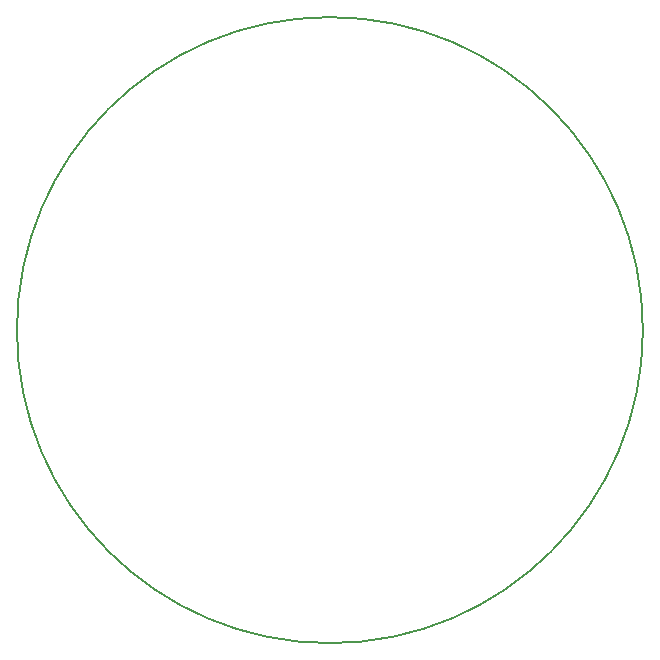
<source format=gko>
%FSTAX42Y42*%
%MOMM*%
G71*
G01*
G75*
G04 Layer_Color=16711935*
%ADD10C,0.35*%
%ADD11C,0.45*%
%ADD12C,0.25*%
G04:AMPARAMS|DCode=13|XSize=0.46mm|YSize=0.61mm|CornerRadius=0mm|HoleSize=0mm|Usage=FLASHONLY|Rotation=350.000|XOffset=0mm|YOffset=0mm|HoleType=Round|Shape=Rectangle|*
%AMROTATEDRECTD13*
4,1,4,-0.28,-0.26,-0.17,0.34,0.28,0.26,0.17,-0.34,-0.28,-0.26,0.0*
%
%ADD13ROTATEDRECTD13*%

G04:AMPARAMS|DCode=14|XSize=1mm|YSize=1.5mm|CornerRadius=0mm|HoleSize=0mm|Usage=FLASHONLY|Rotation=26.400|XOffset=0mm|YOffset=0mm|HoleType=Round|Shape=Rectangle|*
%AMROTATEDRECTD14*
4,1,4,-0.11,-0.89,-0.78,0.45,0.11,0.89,0.78,-0.45,-0.11,-0.89,0.0*
%
%ADD14ROTATEDRECTD14*%

G04:AMPARAMS|DCode=15|XSize=1mm|YSize=1.5mm|CornerRadius=0mm|HoleSize=0mm|Usage=FLASHONLY|Rotation=56.400|XOffset=0mm|YOffset=0mm|HoleType=Round|Shape=Rectangle|*
%AMROTATEDRECTD15*
4,1,4,0.35,-0.83,-0.90,-0.00,-0.35,0.83,0.90,0.00,0.35,-0.83,0.0*
%
%ADD15ROTATEDRECTD15*%

G04:AMPARAMS|DCode=16|XSize=1mm|YSize=1.5mm|CornerRadius=0mm|HoleSize=0mm|Usage=FLASHONLY|Rotation=86.500|XOffset=0mm|YOffset=0mm|HoleType=Round|Shape=Rectangle|*
%AMROTATEDRECTD16*
4,1,4,0.72,-0.54,-0.78,-0.45,-0.72,0.54,0.78,0.45,0.72,-0.54,0.0*
%
%ADD16ROTATEDRECTD16*%

G04:AMPARAMS|DCode=17|XSize=1mm|YSize=1.5mm|CornerRadius=0mm|HoleSize=0mm|Usage=FLASHONLY|Rotation=326.400|XOffset=0mm|YOffset=0mm|HoleType=Round|Shape=Rectangle|*
%AMROTATEDRECTD17*
4,1,4,-0.83,-0.35,-0.00,0.90,0.83,0.35,0.00,-0.90,-0.83,-0.35,0.0*
%
%ADD17ROTATEDRECTD17*%

G04:AMPARAMS|DCode=18|XSize=0.46mm|YSize=0.61mm|CornerRadius=0mm|HoleSize=0mm|Usage=FLASHONLY|Rotation=320.000|XOffset=0mm|YOffset=0mm|HoleType=Round|Shape=Rectangle|*
%AMROTATEDRECTD18*
4,1,4,-0.37,-0.09,0.02,0.38,0.37,0.09,-0.02,-0.38,-0.37,-0.09,0.0*
%
%ADD18ROTATEDRECTD18*%

G04:AMPARAMS|DCode=19|XSize=1mm|YSize=1.5mm|CornerRadius=0mm|HoleSize=0mm|Usage=FLASHONLY|Rotation=296.400|XOffset=0mm|YOffset=0mm|HoleType=Round|Shape=Rectangle|*
%AMROTATEDRECTD19*
4,1,4,-0.89,0.11,0.45,0.78,0.89,-0.11,-0.45,-0.78,-0.89,0.11,0.0*
%
%ADD19ROTATEDRECTD19*%

G04:AMPARAMS|DCode=20|XSize=0.46mm|YSize=0.51mm|CornerRadius=0mm|HoleSize=0mm|Usage=FLASHONLY|Rotation=30.000|XOffset=0mm|YOffset=0mm|HoleType=Round|Shape=Rectangle|*
%AMROTATEDRECTD20*
4,1,4,-0.07,-0.33,-0.32,0.11,0.07,0.33,0.32,-0.11,-0.07,-0.33,0.0*
%
%ADD20ROTATEDRECTD20*%

G04:AMPARAMS|DCode=21|XSize=0.46mm|YSize=0.51mm|CornerRadius=0mm|HoleSize=0mm|Usage=FLASHONLY|Rotation=150.000|XOffset=0mm|YOffset=0mm|HoleType=Round|Shape=Rectangle|*
%AMROTATEDRECTD21*
4,1,4,0.32,0.11,0.07,-0.33,-0.32,-0.11,-0.07,0.33,0.32,0.11,0.0*
%
%ADD21ROTATEDRECTD21*%

G04:AMPARAMS|DCode=22|XSize=1mm|YSize=1.5mm|CornerRadius=0mm|HoleSize=0mm|Usage=FLASHONLY|Rotation=207.000|XOffset=0mm|YOffset=0mm|HoleType=Round|Shape=Rectangle|*
%AMROTATEDRECTD22*
4,1,4,0.11,0.90,0.79,-0.44,-0.11,-0.90,-0.79,0.44,0.11,0.90,0.0*
%
%ADD22ROTATEDRECTD22*%

G04:AMPARAMS|DCode=23|XSize=0.46mm|YSize=0.61mm|CornerRadius=0mm|HoleSize=0mm|Usage=FLASHONLY|Rotation=230.000|XOffset=0mm|YOffset=0mm|HoleType=Round|Shape=Rectangle|*
%AMROTATEDRECTD23*
4,1,4,-0.09,0.37,0.38,-0.02,0.09,-0.37,-0.38,0.02,-0.09,0.37,0.0*
%
%ADD23ROTATEDRECTD23*%

G04:AMPARAMS|DCode=24|XSize=0.46mm|YSize=0.51mm|CornerRadius=0mm|HoleSize=0mm|Usage=FLASHONLY|Rotation=65.000|XOffset=0mm|YOffset=0mm|HoleType=Round|Shape=Rectangle|*
%AMROTATEDRECTD24*
4,1,4,0.13,-0.31,-0.33,-0.10,-0.13,0.31,0.33,0.10,0.13,-0.31,0.0*
%
%ADD24ROTATEDRECTD24*%

G04:AMPARAMS|DCode=25|XSize=0.46mm|YSize=0.61mm|CornerRadius=0mm|HoleSize=0mm|Usage=FLASHONLY|Rotation=260.000|XOffset=0mm|YOffset=0mm|HoleType=Round|Shape=Rectangle|*
%AMROTATEDRECTD25*
4,1,4,-0.26,0.28,0.34,0.17,0.26,-0.28,-0.34,-0.17,-0.26,0.28,0.0*
%
%ADD25ROTATEDRECTD25*%

G04:AMPARAMS|DCode=26|XSize=0.46mm|YSize=0.61mm|CornerRadius=0mm|HoleSize=0mm|Usage=FLASHONLY|Rotation=290.000|XOffset=0mm|YOffset=0mm|HoleType=Round|Shape=Rectangle|*
%AMROTATEDRECTD26*
4,1,4,-0.36,0.11,0.21,0.32,0.36,-0.11,-0.21,-0.32,-0.36,0.11,0.0*
%
%ADD26ROTATEDRECTD26*%

%ADD27R,0.51X0.46*%
G04:AMPARAMS|DCode=28|XSize=0.46mm|YSize=0.51mm|CornerRadius=0mm|HoleSize=0mm|Usage=FLASHONLY|Rotation=120.000|XOffset=0mm|YOffset=0mm|HoleType=Round|Shape=Rectangle|*
%AMROTATEDRECTD28*
4,1,4,0.33,-0.07,-0.11,-0.32,-0.33,0.07,0.11,0.32,0.33,-0.07,0.0*
%
%ADD28ROTATEDRECTD28*%

G04:AMPARAMS|DCode=29|XSize=0.46mm|YSize=0.61mm|CornerRadius=0mm|HoleSize=0mm|Usage=FLASHONLY|Rotation=298.000|XOffset=0mm|YOffset=0mm|HoleType=Round|Shape=Rectangle|*
%AMROTATEDRECTD29*
4,1,4,-0.38,0.06,0.16,0.34,0.38,-0.06,-0.16,-0.34,-0.38,0.06,0.0*
%
%ADD29ROTATEDRECTD29*%

G04:AMPARAMS|DCode=30|XSize=0.46mm|YSize=0.61mm|CornerRadius=0mm|HoleSize=0mm|Usage=FLASHONLY|Rotation=249.000|XOffset=0mm|YOffset=0mm|HoleType=Round|Shape=Rectangle|*
%AMROTATEDRECTD30*
4,1,4,-0.20,0.32,0.37,0.10,0.20,-0.32,-0.37,-0.10,-0.20,0.32,0.0*
%
%ADD30ROTATEDRECTD30*%

G04:AMPARAMS|DCode=31|XSize=0.46mm|YSize=0.61mm|CornerRadius=0mm|HoleSize=0mm|Usage=FLASHONLY|Rotation=21.000|XOffset=0mm|YOffset=0mm|HoleType=Round|Shape=Rectangle|*
%AMROTATEDRECTD31*
4,1,4,-0.10,-0.37,-0.32,0.20,0.10,0.37,0.32,-0.20,-0.10,-0.37,0.0*
%
%ADD31ROTATEDRECTD31*%

G04:AMPARAMS|DCode=32|XSize=0.46mm|YSize=0.61mm|CornerRadius=0mm|HoleSize=0mm|Usage=FLASHONLY|Rotation=190.000|XOffset=0mm|YOffset=0mm|HoleType=Round|Shape=Rectangle|*
%AMROTATEDRECTD32*
4,1,4,0.17,0.34,0.28,-0.26,-0.17,-0.34,-0.28,0.26,0.17,0.34,0.0*
%
%ADD32ROTATEDRECTD32*%

G04:AMPARAMS|DCode=33|XSize=0.46mm|YSize=0.61mm|CornerRadius=0mm|HoleSize=0mm|Usage=FLASHONLY|Rotation=40.000|XOffset=0mm|YOffset=0mm|HoleType=Round|Shape=Rectangle|*
%AMROTATEDRECTD33*
4,1,4,0.02,-0.38,-0.37,0.09,-0.02,0.38,0.37,-0.09,0.02,-0.38,0.0*
%
%ADD33ROTATEDRECTD33*%

G04:AMPARAMS|DCode=34|XSize=0.46mm|YSize=0.61mm|CornerRadius=0mm|HoleSize=0mm|Usage=FLASHONLY|Rotation=81.000|XOffset=0mm|YOffset=0mm|HoleType=Round|Shape=Rectangle|*
%AMROTATEDRECTD34*
4,1,4,0.27,-0.27,-0.34,-0.18,-0.27,0.27,0.34,0.18,0.27,-0.27,0.0*
%
%ADD34ROTATEDRECTD34*%

G04:AMPARAMS|DCode=35|XSize=0.46mm|YSize=0.61mm|CornerRadius=0mm|HoleSize=0mm|Usage=FLASHONLY|Rotation=70.000|XOffset=0mm|YOffset=0mm|HoleType=Round|Shape=Rectangle|*
%AMROTATEDRECTD35*
4,1,4,0.21,-0.32,-0.36,-0.11,-0.21,0.32,0.36,0.11,0.21,-0.32,0.0*
%
%ADD35ROTATEDRECTD35*%

G04:AMPARAMS|DCode=36|XSize=0.46mm|YSize=0.61mm|CornerRadius=0mm|HoleSize=0mm|Usage=FLASHONLY|Rotation=130.000|XOffset=0mm|YOffset=0mm|HoleType=Round|Shape=Rectangle|*
%AMROTATEDRECTD36*
4,1,4,0.38,0.02,-0.09,-0.37,-0.38,-0.02,0.09,0.37,0.38,0.02,0.0*
%
%ADD36ROTATEDRECTD36*%

G04:AMPARAMS|DCode=37|XSize=0.46mm|YSize=0.61mm|CornerRadius=0mm|HoleSize=0mm|Usage=FLASHONLY|Rotation=145.000|XOffset=0mm|YOffset=0mm|HoleType=Round|Shape=Rectangle|*
%AMROTATEDRECTD37*
4,1,4,0.36,0.12,0.01,-0.38,-0.36,-0.12,-0.01,0.38,0.36,0.12,0.0*
%
%ADD37ROTATEDRECTD37*%

G04:AMPARAMS|DCode=38|XSize=0.46mm|YSize=0.61mm|CornerRadius=0mm|HoleSize=0mm|Usage=FLASHONLY|Rotation=175.000|XOffset=0mm|YOffset=0mm|HoleType=Round|Shape=Rectangle|*
%AMROTATEDRECTD38*
4,1,4,0.25,0.28,0.20,-0.32,-0.25,-0.28,-0.20,0.32,0.25,0.28,0.0*
%
%ADD38ROTATEDRECTD38*%

%ADD39R,0.46X0.61*%
G04:AMPARAMS|DCode=40|XSize=0.46mm|YSize=0.61mm|CornerRadius=0mm|HoleSize=0mm|Usage=FLASHONLY|Rotation=200.000|XOffset=0mm|YOffset=0mm|HoleType=Round|Shape=Rectangle|*
%AMROTATEDRECTD40*
4,1,4,0.11,0.36,0.32,-0.21,-0.11,-0.36,-0.32,0.21,0.11,0.36,0.0*
%
%ADD40ROTATEDRECTD40*%

%ADD41R,0.61X0.46*%
%ADD42R,0.46X0.51*%
G04:AMPARAMS|DCode=43|XSize=0.46mm|YSize=0.51mm|CornerRadius=0mm|HoleSize=0mm|Usage=FLASHONLY|Rotation=240.000|XOffset=0mm|YOffset=0mm|HoleType=Round|Shape=Rectangle|*
%AMROTATEDRECTD43*
4,1,4,-0.11,0.32,0.33,0.07,0.11,-0.32,-0.33,-0.07,-0.11,0.32,0.0*
%
%ADD43ROTATEDRECTD43*%

%ADD44R,0.35X0.85*%
G04:AMPARAMS|DCode=45|XSize=1mm|YSize=1.5mm|CornerRadius=0mm|HoleSize=0mm|Usage=FLASHONLY|Rotation=176.400|XOffset=0mm|YOffset=0mm|HoleType=Round|Shape=Rectangle|*
%AMROTATEDRECTD45*
4,1,4,0.55,0.72,0.45,-0.78,-0.55,-0.72,-0.45,0.78,0.55,0.72,0.0*
%
%ADD45ROTATEDRECTD45*%

%ADD46C,0.40*%
%ADD47C,0.30*%
%ADD48C,0.50*%
%ADD49C,0.51*%
%ADD50C,0.60*%
%ADD51C,1.20*%
%ADD52C,0.60*%
%ADD53C,0.87*%
%ADD54C,0.50*%
%ADD55C,0.70*%
%ADD56C,1.27*%
%ADD57R,1.40X4.52*%
%ADD58C,0.25*%
%ADD59C,0.25*%
%ADD60C,0.10*%
%ADD61C,0.04*%
%ADD62C,0.20*%
%ADD63C,0.15*%
G04:AMPARAMS|DCode=64|XSize=0.36mm|YSize=0.51mm|CornerRadius=0mm|HoleSize=0mm|Usage=FLASHONLY|Rotation=350.000|XOffset=0mm|YOffset=0mm|HoleType=Round|Shape=Rectangle|*
%AMROTATEDRECTD64*
4,1,4,-0.22,-0.22,-0.13,0.28,0.22,0.22,0.13,-0.28,-0.22,-0.22,0.0*
%
%ADD64ROTATEDRECTD64*%

G04:AMPARAMS|DCode=65|XSize=0.9mm|YSize=1.4mm|CornerRadius=0mm|HoleSize=0mm|Usage=FLASHONLY|Rotation=26.400|XOffset=0mm|YOffset=0mm|HoleType=Round|Shape=Rectangle|*
%AMROTATEDRECTD65*
4,1,4,-0.09,-0.83,-0.71,0.43,0.09,0.83,0.71,-0.43,-0.09,-0.83,0.0*
%
%ADD65ROTATEDRECTD65*%

G04:AMPARAMS|DCode=66|XSize=0.9mm|YSize=1.4mm|CornerRadius=0mm|HoleSize=0mm|Usage=FLASHONLY|Rotation=56.400|XOffset=0mm|YOffset=0mm|HoleType=Round|Shape=Rectangle|*
%AMROTATEDRECTD66*
4,1,4,0.33,-0.76,-0.83,0.01,-0.33,0.76,0.83,-0.01,0.33,-0.76,0.0*
%
%ADD66ROTATEDRECTD66*%

G04:AMPARAMS|DCode=67|XSize=0.9mm|YSize=1.4mm|CornerRadius=0mm|HoleSize=0mm|Usage=FLASHONLY|Rotation=86.500|XOffset=0mm|YOffset=0mm|HoleType=Round|Shape=Rectangle|*
%AMROTATEDRECTD67*
4,1,4,0.67,-0.49,-0.73,-0.41,-0.67,0.49,0.73,0.41,0.67,-0.49,0.0*
%
%ADD67ROTATEDRECTD67*%

G04:AMPARAMS|DCode=68|XSize=0.9mm|YSize=1.4mm|CornerRadius=0mm|HoleSize=0mm|Usage=FLASHONLY|Rotation=326.400|XOffset=0mm|YOffset=0mm|HoleType=Round|Shape=Rectangle|*
%AMROTATEDRECTD68*
4,1,4,-0.76,-0.33,0.01,0.83,0.76,0.33,-0.01,-0.83,-0.76,-0.33,0.0*
%
%ADD68ROTATEDRECTD68*%

G04:AMPARAMS|DCode=69|XSize=0.36mm|YSize=0.51mm|CornerRadius=0mm|HoleSize=0mm|Usage=FLASHONLY|Rotation=320.000|XOffset=0mm|YOffset=0mm|HoleType=Round|Shape=Rectangle|*
%AMROTATEDRECTD69*
4,1,4,-0.30,-0.08,0.03,0.31,0.30,0.08,-0.03,-0.31,-0.30,-0.08,0.0*
%
%ADD69ROTATEDRECTD69*%

G04:AMPARAMS|DCode=70|XSize=0.9mm|YSize=1.4mm|CornerRadius=0mm|HoleSize=0mm|Usage=FLASHONLY|Rotation=296.400|XOffset=0mm|YOffset=0mm|HoleType=Round|Shape=Rectangle|*
%AMROTATEDRECTD70*
4,1,4,-0.83,0.09,0.43,0.71,0.83,-0.09,-0.43,-0.71,-0.83,0.09,0.0*
%
%ADD70ROTATEDRECTD70*%

G04:AMPARAMS|DCode=71|XSize=0.36mm|YSize=0.41mm|CornerRadius=0mm|HoleSize=0mm|Usage=FLASHONLY|Rotation=30.000|XOffset=0mm|YOffset=0mm|HoleType=Round|Shape=Rectangle|*
%AMROTATEDRECTD71*
4,1,4,-0.05,-0.27,-0.26,0.09,0.05,0.27,0.26,-0.09,-0.05,-0.27,0.0*
%
%ADD71ROTATEDRECTD71*%

G04:AMPARAMS|DCode=72|XSize=0.36mm|YSize=0.41mm|CornerRadius=0mm|HoleSize=0mm|Usage=FLASHONLY|Rotation=150.000|XOffset=0mm|YOffset=0mm|HoleType=Round|Shape=Rectangle|*
%AMROTATEDRECTD72*
4,1,4,0.26,0.09,0.05,-0.27,-0.26,-0.09,-0.05,0.27,0.26,0.09,0.0*
%
%ADD72ROTATEDRECTD72*%

G04:AMPARAMS|DCode=73|XSize=0.9mm|YSize=1.4mm|CornerRadius=0mm|HoleSize=0mm|Usage=FLASHONLY|Rotation=207.000|XOffset=0mm|YOffset=0mm|HoleType=Round|Shape=Rectangle|*
%AMROTATEDRECTD73*
4,1,4,0.08,0.83,0.72,-0.42,-0.08,-0.83,-0.72,0.42,0.08,0.83,0.0*
%
%ADD73ROTATEDRECTD73*%

G04:AMPARAMS|DCode=74|XSize=0.36mm|YSize=0.51mm|CornerRadius=0mm|HoleSize=0mm|Usage=FLASHONLY|Rotation=230.000|XOffset=0mm|YOffset=0mm|HoleType=Round|Shape=Rectangle|*
%AMROTATEDRECTD74*
4,1,4,-0.08,0.30,0.31,-0.03,0.08,-0.30,-0.31,0.03,-0.08,0.30,0.0*
%
%ADD74ROTATEDRECTD74*%

G04:AMPARAMS|DCode=75|XSize=0.36mm|YSize=0.41mm|CornerRadius=0mm|HoleSize=0mm|Usage=FLASHONLY|Rotation=65.000|XOffset=0mm|YOffset=0mm|HoleType=Round|Shape=Rectangle|*
%AMROTATEDRECTD75*
4,1,4,0.11,-0.25,-0.26,-0.08,-0.11,0.25,0.26,0.08,0.11,-0.25,0.0*
%
%ADD75ROTATEDRECTD75*%

G04:AMPARAMS|DCode=76|XSize=0.36mm|YSize=0.51mm|CornerRadius=0mm|HoleSize=0mm|Usage=FLASHONLY|Rotation=260.000|XOffset=0mm|YOffset=0mm|HoleType=Round|Shape=Rectangle|*
%AMROTATEDRECTD76*
4,1,4,-0.22,0.22,0.28,0.13,0.22,-0.22,-0.28,-0.13,-0.22,0.22,0.0*
%
%ADD76ROTATEDRECTD76*%

G04:AMPARAMS|DCode=77|XSize=0.36mm|YSize=0.51mm|CornerRadius=0mm|HoleSize=0mm|Usage=FLASHONLY|Rotation=290.000|XOffset=0mm|YOffset=0mm|HoleType=Round|Shape=Rectangle|*
%AMROTATEDRECTD77*
4,1,4,-0.30,0.08,0.18,0.25,0.30,-0.08,-0.18,-0.25,-0.30,0.08,0.0*
%
%ADD77ROTATEDRECTD77*%

%ADD78R,0.41X0.36*%
G04:AMPARAMS|DCode=79|XSize=0.36mm|YSize=0.41mm|CornerRadius=0mm|HoleSize=0mm|Usage=FLASHONLY|Rotation=120.000|XOffset=0mm|YOffset=0mm|HoleType=Round|Shape=Rectangle|*
%AMROTATEDRECTD79*
4,1,4,0.27,-0.05,-0.09,-0.26,-0.27,0.05,0.09,0.26,0.27,-0.05,0.0*
%
%ADD79ROTATEDRECTD79*%

G04:AMPARAMS|DCode=80|XSize=0.36mm|YSize=0.51mm|CornerRadius=0mm|HoleSize=0mm|Usage=FLASHONLY|Rotation=298.000|XOffset=0mm|YOffset=0mm|HoleType=Round|Shape=Rectangle|*
%AMROTATEDRECTD80*
4,1,4,-0.31,0.04,0.14,0.28,0.31,-0.04,-0.14,-0.28,-0.31,0.04,0.0*
%
%ADD80ROTATEDRECTD80*%

G04:AMPARAMS|DCode=81|XSize=0.36mm|YSize=0.51mm|CornerRadius=0mm|HoleSize=0mm|Usage=FLASHONLY|Rotation=249.000|XOffset=0mm|YOffset=0mm|HoleType=Round|Shape=Rectangle|*
%AMROTATEDRECTD81*
4,1,4,-0.17,0.26,0.30,0.08,0.17,-0.26,-0.30,-0.08,-0.17,0.26,0.0*
%
%ADD81ROTATEDRECTD81*%

G04:AMPARAMS|DCode=82|XSize=0.36mm|YSize=0.51mm|CornerRadius=0mm|HoleSize=0mm|Usage=FLASHONLY|Rotation=21.000|XOffset=0mm|YOffset=0mm|HoleType=Round|Shape=Rectangle|*
%AMROTATEDRECTD82*
4,1,4,-0.08,-0.30,-0.26,0.17,0.08,0.30,0.26,-0.17,-0.08,-0.30,0.0*
%
%ADD82ROTATEDRECTD82*%

G04:AMPARAMS|DCode=83|XSize=0.36mm|YSize=0.51mm|CornerRadius=0mm|HoleSize=0mm|Usage=FLASHONLY|Rotation=190.000|XOffset=0mm|YOffset=0mm|HoleType=Round|Shape=Rectangle|*
%AMROTATEDRECTD83*
4,1,4,0.13,0.28,0.22,-0.22,-0.13,-0.28,-0.22,0.22,0.13,0.28,0.0*
%
%ADD83ROTATEDRECTD83*%

G04:AMPARAMS|DCode=84|XSize=0.36mm|YSize=0.51mm|CornerRadius=0mm|HoleSize=0mm|Usage=FLASHONLY|Rotation=40.000|XOffset=0mm|YOffset=0mm|HoleType=Round|Shape=Rectangle|*
%AMROTATEDRECTD84*
4,1,4,0.03,-0.31,-0.30,0.08,-0.03,0.31,0.30,-0.08,0.03,-0.31,0.0*
%
%ADD84ROTATEDRECTD84*%

G04:AMPARAMS|DCode=85|XSize=0.36mm|YSize=0.51mm|CornerRadius=0mm|HoleSize=0mm|Usage=FLASHONLY|Rotation=81.000|XOffset=0mm|YOffset=0mm|HoleType=Round|Shape=Rectangle|*
%AMROTATEDRECTD85*
4,1,4,0.22,-0.22,-0.28,-0.14,-0.22,0.22,0.28,0.14,0.22,-0.22,0.0*
%
%ADD85ROTATEDRECTD85*%

G04:AMPARAMS|DCode=86|XSize=0.36mm|YSize=0.51mm|CornerRadius=0mm|HoleSize=0mm|Usage=FLASHONLY|Rotation=70.000|XOffset=0mm|YOffset=0mm|HoleType=Round|Shape=Rectangle|*
%AMROTATEDRECTD86*
4,1,4,0.18,-0.25,-0.30,-0.08,-0.18,0.25,0.30,0.08,0.18,-0.25,0.0*
%
%ADD86ROTATEDRECTD86*%

G04:AMPARAMS|DCode=87|XSize=0.36mm|YSize=0.51mm|CornerRadius=0mm|HoleSize=0mm|Usage=FLASHONLY|Rotation=130.000|XOffset=0mm|YOffset=0mm|HoleType=Round|Shape=Rectangle|*
%AMROTATEDRECTD87*
4,1,4,0.31,0.03,-0.08,-0.30,-0.31,-0.03,0.08,0.30,0.31,0.03,0.0*
%
%ADD87ROTATEDRECTD87*%

G04:AMPARAMS|DCode=88|XSize=0.36mm|YSize=0.51mm|CornerRadius=0mm|HoleSize=0mm|Usage=FLASHONLY|Rotation=145.000|XOffset=0mm|YOffset=0mm|HoleType=Round|Shape=Rectangle|*
%AMROTATEDRECTD88*
4,1,4,0.29,0.11,0.00,-0.31,-0.29,-0.11,-0.00,0.31,0.29,0.11,0.0*
%
%ADD88ROTATEDRECTD88*%

G04:AMPARAMS|DCode=89|XSize=0.36mm|YSize=0.51mm|CornerRadius=0mm|HoleSize=0mm|Usage=FLASHONLY|Rotation=175.000|XOffset=0mm|YOffset=0mm|HoleType=Round|Shape=Rectangle|*
%AMROTATEDRECTD89*
4,1,4,0.20,0.24,0.16,-0.27,-0.20,-0.24,-0.16,0.27,0.20,0.24,0.0*
%
%ADD89ROTATEDRECTD89*%

%ADD90R,0.36X0.51*%
G04:AMPARAMS|DCode=91|XSize=0.36mm|YSize=0.51mm|CornerRadius=0mm|HoleSize=0mm|Usage=FLASHONLY|Rotation=200.000|XOffset=0mm|YOffset=0mm|HoleType=Round|Shape=Rectangle|*
%AMROTATEDRECTD91*
4,1,4,0.08,0.30,0.25,-0.18,-0.08,-0.30,-0.25,0.18,0.08,0.30,0.0*
%
%ADD91ROTATEDRECTD91*%

%ADD92R,0.51X0.36*%
%ADD93R,0.36X0.41*%
G04:AMPARAMS|DCode=94|XSize=0.36mm|YSize=0.41mm|CornerRadius=0mm|HoleSize=0mm|Usage=FLASHONLY|Rotation=240.000|XOffset=0mm|YOffset=0mm|HoleType=Round|Shape=Rectangle|*
%AMROTATEDRECTD94*
4,1,4,-0.09,0.26,0.27,0.05,0.09,-0.26,-0.27,-0.05,-0.09,0.26,0.0*
%
%ADD94ROTATEDRECTD94*%

%ADD95R,0.25X0.75*%
G04:AMPARAMS|DCode=96|XSize=0.9mm|YSize=1.4mm|CornerRadius=0mm|HoleSize=0mm|Usage=FLASHONLY|Rotation=176.400|XOffset=0mm|YOffset=0mm|HoleType=Round|Shape=Rectangle|*
%AMROTATEDRECTD96*
4,1,4,0.49,0.67,0.41,-0.73,-0.49,-0.67,-0.41,0.73,0.49,0.67,0.0*
%
%ADD96ROTATEDRECTD96*%

G04:AMPARAMS|DCode=97|XSize=0.6mm|YSize=0.75mm|CornerRadius=0mm|HoleSize=0mm|Usage=FLASHONLY|Rotation=350.000|XOffset=0mm|YOffset=0mm|HoleType=Round|Shape=Rectangle|*
%AMROTATEDRECTD97*
4,1,4,-0.36,-0.32,-0.23,0.42,0.36,0.32,0.23,-0.42,-0.36,-0.32,0.0*
%
%ADD97ROTATEDRECTD97*%

G04:AMPARAMS|DCode=98|XSize=1.14mm|YSize=1.64mm|CornerRadius=0mm|HoleSize=0mm|Usage=FLASHONLY|Rotation=26.400|XOffset=0mm|YOffset=0mm|HoleType=Round|Shape=Rectangle|*
%AMROTATEDRECTD98*
4,1,4,-0.15,-0.99,-0.88,0.48,0.15,0.99,0.88,-0.48,-0.15,-0.99,0.0*
%
%ADD98ROTATEDRECTD98*%

G04:AMPARAMS|DCode=99|XSize=1.14mm|YSize=1.64mm|CornerRadius=0mm|HoleSize=0mm|Usage=FLASHONLY|Rotation=56.400|XOffset=0mm|YOffset=0mm|HoleType=Round|Shape=Rectangle|*
%AMROTATEDRECTD99*
4,1,4,0.37,-0.93,-1.00,-0.02,-0.37,0.93,1.00,0.02,0.37,-0.93,0.0*
%
%ADD99ROTATEDRECTD99*%

G04:AMPARAMS|DCode=100|XSize=1.14mm|YSize=1.64mm|CornerRadius=0mm|HoleSize=0mm|Usage=FLASHONLY|Rotation=86.500|XOffset=0mm|YOffset=0mm|HoleType=Round|Shape=Rectangle|*
%AMROTATEDRECTD100*
4,1,4,0.78,-0.62,-0.85,-0.52,-0.78,0.62,0.85,0.52,0.78,-0.62,0.0*
%
%ADD100ROTATEDRECTD100*%

G04:AMPARAMS|DCode=101|XSize=1.14mm|YSize=1.64mm|CornerRadius=0mm|HoleSize=0mm|Usage=FLASHONLY|Rotation=326.400|XOffset=0mm|YOffset=0mm|HoleType=Round|Shape=Rectangle|*
%AMROTATEDRECTD101*
4,1,4,-0.93,-0.37,-0.02,1.00,0.93,0.37,0.02,-1.00,-0.93,-0.37,0.0*
%
%ADD101ROTATEDRECTD101*%

G04:AMPARAMS|DCode=102|XSize=0.6mm|YSize=0.75mm|CornerRadius=0mm|HoleSize=0mm|Usage=FLASHONLY|Rotation=320.000|XOffset=0mm|YOffset=0mm|HoleType=Round|Shape=Rectangle|*
%AMROTATEDRECTD102*
4,1,4,-0.47,-0.10,0.01,0.48,0.47,0.10,-0.01,-0.48,-0.47,-0.10,0.0*
%
%ADD102ROTATEDRECTD102*%

G04:AMPARAMS|DCode=103|XSize=1.14mm|YSize=1.64mm|CornerRadius=0mm|HoleSize=0mm|Usage=FLASHONLY|Rotation=296.400|XOffset=0mm|YOffset=0mm|HoleType=Round|Shape=Rectangle|*
%AMROTATEDRECTD103*
4,1,4,-0.99,0.15,0.48,0.88,0.99,-0.15,-0.48,-0.88,-0.99,0.15,0.0*
%
%ADD103ROTATEDRECTD103*%

G04:AMPARAMS|DCode=104|XSize=0.6mm|YSize=0.65mm|CornerRadius=0mm|HoleSize=0mm|Usage=FLASHONLY|Rotation=30.000|XOffset=0mm|YOffset=0mm|HoleType=Round|Shape=Rectangle|*
%AMROTATEDRECTD104*
4,1,4,-0.10,-0.43,-0.42,0.13,0.10,0.43,0.42,-0.13,-0.10,-0.43,0.0*
%
%ADD104ROTATEDRECTD104*%

G04:AMPARAMS|DCode=105|XSize=0.6mm|YSize=0.65mm|CornerRadius=0mm|HoleSize=0mm|Usage=FLASHONLY|Rotation=150.000|XOffset=0mm|YOffset=0mm|HoleType=Round|Shape=Rectangle|*
%AMROTATEDRECTD105*
4,1,4,0.42,0.13,0.10,-0.43,-0.42,-0.13,-0.10,0.43,0.42,0.13,0.0*
%
%ADD105ROTATEDRECTD105*%

G04:AMPARAMS|DCode=106|XSize=1.14mm|YSize=1.64mm|CornerRadius=0mm|HoleSize=0mm|Usage=FLASHONLY|Rotation=207.000|XOffset=0mm|YOffset=0mm|HoleType=Round|Shape=Rectangle|*
%AMROTATEDRECTD106*
4,1,4,0.14,0.99,0.88,-0.47,-0.14,-0.99,-0.88,0.47,0.14,0.99,0.0*
%
%ADD106ROTATEDRECTD106*%

G04:AMPARAMS|DCode=107|XSize=0.6mm|YSize=0.75mm|CornerRadius=0mm|HoleSize=0mm|Usage=FLASHONLY|Rotation=230.000|XOffset=0mm|YOffset=0mm|HoleType=Round|Shape=Rectangle|*
%AMROTATEDRECTD107*
4,1,4,-0.10,0.47,0.48,-0.01,0.10,-0.47,-0.48,0.01,-0.10,0.47,0.0*
%
%ADD107ROTATEDRECTD107*%

G04:AMPARAMS|DCode=108|XSize=0.6mm|YSize=0.65mm|CornerRadius=0mm|HoleSize=0mm|Usage=FLASHONLY|Rotation=65.000|XOffset=0mm|YOffset=0mm|HoleType=Round|Shape=Rectangle|*
%AMROTATEDRECTD108*
4,1,4,0.17,-0.41,-0.42,-0.13,-0.17,0.41,0.42,0.13,0.17,-0.41,0.0*
%
%ADD108ROTATEDRECTD108*%

G04:AMPARAMS|DCode=109|XSize=0.6mm|YSize=0.75mm|CornerRadius=0mm|HoleSize=0mm|Usage=FLASHONLY|Rotation=260.000|XOffset=0mm|YOffset=0mm|HoleType=Round|Shape=Rectangle|*
%AMROTATEDRECTD109*
4,1,4,-0.32,0.36,0.42,0.23,0.32,-0.36,-0.42,-0.23,-0.32,0.36,0.0*
%
%ADD109ROTATEDRECTD109*%

G04:AMPARAMS|DCode=110|XSize=0.6mm|YSize=0.75mm|CornerRadius=0mm|HoleSize=0mm|Usage=FLASHONLY|Rotation=290.000|XOffset=0mm|YOffset=0mm|HoleType=Round|Shape=Rectangle|*
%AMROTATEDRECTD110*
4,1,4,-0.45,0.15,0.25,0.41,0.45,-0.15,-0.25,-0.41,-0.45,0.15,0.0*
%
%ADD110ROTATEDRECTD110*%

%ADD111R,0.65X0.60*%
G04:AMPARAMS|DCode=112|XSize=0.6mm|YSize=0.65mm|CornerRadius=0mm|HoleSize=0mm|Usage=FLASHONLY|Rotation=120.000|XOffset=0mm|YOffset=0mm|HoleType=Round|Shape=Rectangle|*
%AMROTATEDRECTD112*
4,1,4,0.43,-0.10,-0.13,-0.42,-0.43,0.10,0.13,0.42,0.43,-0.10,0.0*
%
%ADD112ROTATEDRECTD112*%

G04:AMPARAMS|DCode=113|XSize=0.6mm|YSize=0.75mm|CornerRadius=0mm|HoleSize=0mm|Usage=FLASHONLY|Rotation=298.000|XOffset=0mm|YOffset=0mm|HoleType=Round|Shape=Rectangle|*
%AMROTATEDRECTD113*
4,1,4,-0.47,0.09,0.19,0.44,0.47,-0.09,-0.19,-0.44,-0.47,0.09,0.0*
%
%ADD113ROTATEDRECTD113*%

G04:AMPARAMS|DCode=114|XSize=0.6mm|YSize=0.75mm|CornerRadius=0mm|HoleSize=0mm|Usage=FLASHONLY|Rotation=249.000|XOffset=0mm|YOffset=0mm|HoleType=Round|Shape=Rectangle|*
%AMROTATEDRECTD114*
4,1,4,-0.24,0.41,0.46,0.14,0.24,-0.41,-0.46,-0.14,-0.24,0.41,0.0*
%
%ADD114ROTATEDRECTD114*%

G04:AMPARAMS|DCode=115|XSize=0.6mm|YSize=0.75mm|CornerRadius=0mm|HoleSize=0mm|Usage=FLASHONLY|Rotation=21.000|XOffset=0mm|YOffset=0mm|HoleType=Round|Shape=Rectangle|*
%AMROTATEDRECTD115*
4,1,4,-0.14,-0.46,-0.41,0.24,0.14,0.46,0.41,-0.24,-0.14,-0.46,0.0*
%
%ADD115ROTATEDRECTD115*%

G04:AMPARAMS|DCode=116|XSize=0.6mm|YSize=0.75mm|CornerRadius=0mm|HoleSize=0mm|Usage=FLASHONLY|Rotation=190.000|XOffset=0mm|YOffset=0mm|HoleType=Round|Shape=Rectangle|*
%AMROTATEDRECTD116*
4,1,4,0.23,0.42,0.36,-0.32,-0.23,-0.42,-0.36,0.32,0.23,0.42,0.0*
%
%ADD116ROTATEDRECTD116*%

G04:AMPARAMS|DCode=117|XSize=0.6mm|YSize=0.75mm|CornerRadius=0mm|HoleSize=0mm|Usage=FLASHONLY|Rotation=40.000|XOffset=0mm|YOffset=0mm|HoleType=Round|Shape=Rectangle|*
%AMROTATEDRECTD117*
4,1,4,0.01,-0.48,-0.47,0.10,-0.01,0.48,0.47,-0.10,0.01,-0.48,0.0*
%
%ADD117ROTATEDRECTD117*%

G04:AMPARAMS|DCode=118|XSize=0.6mm|YSize=0.75mm|CornerRadius=0mm|HoleSize=0mm|Usage=FLASHONLY|Rotation=81.000|XOffset=0mm|YOffset=0mm|HoleType=Round|Shape=Rectangle|*
%AMROTATEDRECTD118*
4,1,4,0.32,-0.35,-0.42,-0.24,-0.32,0.35,0.42,0.24,0.32,-0.35,0.0*
%
%ADD118ROTATEDRECTD118*%

G04:AMPARAMS|DCode=119|XSize=0.6mm|YSize=0.75mm|CornerRadius=0mm|HoleSize=0mm|Usage=FLASHONLY|Rotation=70.000|XOffset=0mm|YOffset=0mm|HoleType=Round|Shape=Rectangle|*
%AMROTATEDRECTD119*
4,1,4,0.25,-0.41,-0.45,-0.15,-0.25,0.41,0.45,0.15,0.25,-0.41,0.0*
%
%ADD119ROTATEDRECTD119*%

G04:AMPARAMS|DCode=120|XSize=0.6mm|YSize=0.75mm|CornerRadius=0mm|HoleSize=0mm|Usage=FLASHONLY|Rotation=130.000|XOffset=0mm|YOffset=0mm|HoleType=Round|Shape=Rectangle|*
%AMROTATEDRECTD120*
4,1,4,0.48,0.01,-0.10,-0.47,-0.48,-0.01,0.10,0.47,0.48,0.01,0.0*
%
%ADD120ROTATEDRECTD120*%

G04:AMPARAMS|DCode=121|XSize=0.6mm|YSize=0.75mm|CornerRadius=0mm|HoleSize=0mm|Usage=FLASHONLY|Rotation=145.000|XOffset=0mm|YOffset=0mm|HoleType=Round|Shape=Rectangle|*
%AMROTATEDRECTD121*
4,1,4,0.46,0.14,0.03,-0.48,-0.46,-0.14,-0.03,0.48,0.46,0.14,0.0*
%
%ADD121ROTATEDRECTD121*%

G04:AMPARAMS|DCode=122|XSize=0.6mm|YSize=0.75mm|CornerRadius=0mm|HoleSize=0mm|Usage=FLASHONLY|Rotation=175.000|XOffset=0mm|YOffset=0mm|HoleType=Round|Shape=Rectangle|*
%AMROTATEDRECTD122*
4,1,4,0.33,0.35,0.26,-0.40,-0.33,-0.35,-0.26,0.40,0.33,0.35,0.0*
%
%ADD122ROTATEDRECTD122*%

%ADD123R,0.60X0.75*%
G04:AMPARAMS|DCode=124|XSize=0.6mm|YSize=0.75mm|CornerRadius=0mm|HoleSize=0mm|Usage=FLASHONLY|Rotation=200.000|XOffset=0mm|YOffset=0mm|HoleType=Round|Shape=Rectangle|*
%AMROTATEDRECTD124*
4,1,4,0.15,0.45,0.41,-0.25,-0.15,-0.45,-0.41,0.25,0.15,0.45,0.0*
%
%ADD124ROTATEDRECTD124*%

%ADD125R,0.75X0.60*%
%ADD126R,0.60X0.65*%
G04:AMPARAMS|DCode=127|XSize=0.6mm|YSize=0.65mm|CornerRadius=0mm|HoleSize=0mm|Usage=FLASHONLY|Rotation=240.000|XOffset=0mm|YOffset=0mm|HoleType=Round|Shape=Rectangle|*
%AMROTATEDRECTD127*
4,1,4,-0.13,0.42,0.43,0.10,0.13,-0.42,-0.43,-0.10,-0.13,0.42,0.0*
%
%ADD127ROTATEDRECTD127*%

%ADD128R,0.49X0.99*%
G04:AMPARAMS|DCode=129|XSize=1.14mm|YSize=1.64mm|CornerRadius=0mm|HoleSize=0mm|Usage=FLASHONLY|Rotation=176.400|XOffset=0mm|YOffset=0mm|HoleType=Round|Shape=Rectangle|*
%AMROTATEDRECTD129*
4,1,4,0.62,0.78,0.52,-0.85,-0.62,-0.78,-0.52,0.85,0.62,0.78,0.0*
%
%ADD129ROTATEDRECTD129*%

%ADD130C,1.34*%
%ADD131R,1.54X4.66*%
%ADD132R,1.30X4.42*%
%ADD133C,0.09*%
%ADD134C,0.20*%
D134*
X017594Y018537D02*
G03*
X020244Y015887I00265J0D01*
G01*
Y021187D02*
G03*
X017594Y018537I0J-00265D01*
G01*
X020244Y015887D02*
G03*
X022894Y018537I0J00265D01*
G01*
D02*
G03*
X020244Y021187I-00265J0D01*
G01*
M02*

</source>
